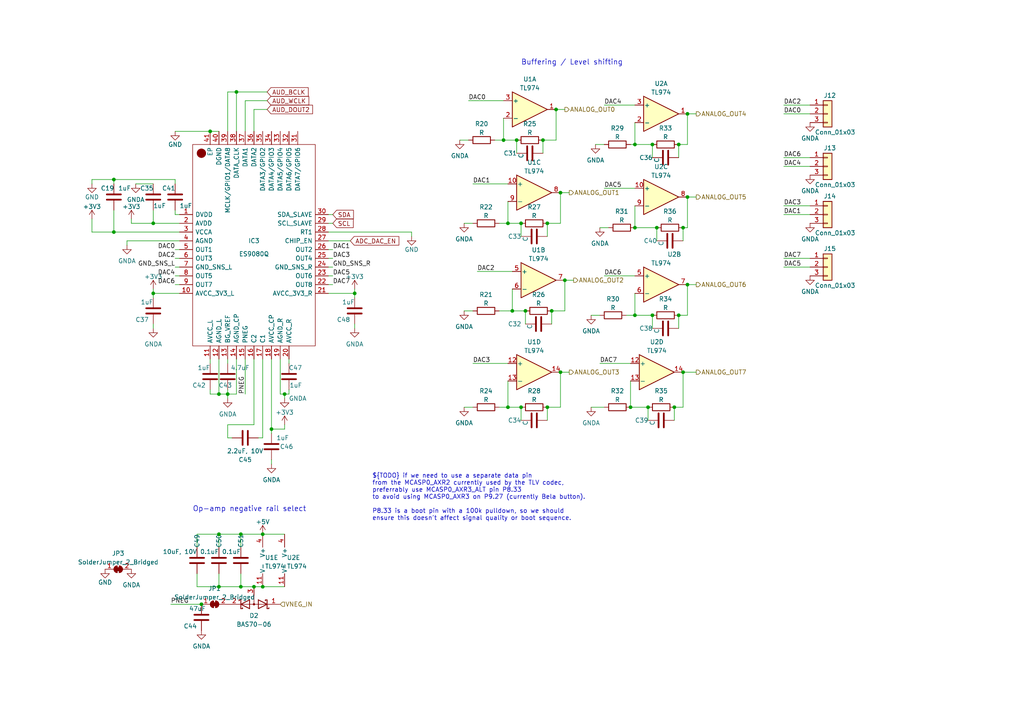
<source format=kicad_sch>
(kicad_sch (version 20211123) (generator eeschema)
  (paper "A4")
  (lib_symbols
    (symbol "Amplifier_Operational:TL074" (pin_names (offset 0.127))
      (property "Reference" "U" (at 0 5.08 0))
      (property "Value" "TL074" (at 0 -5.08 0))
      (symbol "TL074_1_1"
        (polyline (pts (xy -5.08 5.08) (xy 5.08 0) (xy -5.08 -5.08) (xy -5.08 5.08)) (stroke (width 0.254)) (fill (type background)))
        (pin output line (at 7.62 0 180) (length 2.54) (name "~") (number "1"))
        (pin input line (at -7.62 -2.54 0) (length 2.54) (name "-") (number "2"))
        (pin input line (at -7.62 2.54 0) (length 2.54) (name "+") (number "3"))
      )
      (symbol "TL074_2_1"
        (polyline (pts (xy -5.08 5.08) (xy 5.08 0) (xy -5.08 -5.08) (xy -5.08 5.08)) (stroke (width 0.254)) (fill (type background)))
        (pin input line (at -7.62 2.54 0) (length 2.54) (name "+") (number "5"))
        (pin input line (at -7.62 -2.54 0) (length 2.54) (name "-") (number "6"))
        (pin output line (at 7.62 0 180) (length 2.54) (name "~") (number "7"))
      )
      (symbol "TL074_3_1"
        (polyline (pts (xy -5.08 5.08) (xy 5.08 0) (xy -5.08 -5.08) (xy -5.08 5.08)) (stroke (width 0.254)) (fill (type background)))
        (pin input line (at -7.62 2.54 0) (length 2.54) (name "+") (number "10"))
        (pin output line (at 7.62 0 180) (length 2.54) (name "~") (number "8"))
        (pin input line (at -7.62 -2.54 0) (length 2.54) (name "-") (number "9"))
      )
      (symbol "TL074_4_1"
        (polyline (pts (xy -5.08 5.08) (xy 5.08 0) (xy -5.08 -5.08) (xy -5.08 5.08)) (stroke (width 0.254)) (fill (type background)))
        (pin input line (at -7.62 2.54 0) (length 2.54) (name "+") (number "12"))
        (pin input line (at -7.62 -2.54 0) (length 2.54) (name "-") (number "13"))
        (pin output line (at 7.62 0 180) (length 2.54) (name "~") (number "14"))
      )
      (symbol "TL074_5_1"
        (pin power_in line (at -2.54 -7.62 90) (length 3.81) (name "V-") (number "11"))
        (pin power_in line (at -2.54 7.62 270) (length 3.81) (name "V+") (number "4"))
      )
    )
    (symbol "Bela:ES9080Q" (pin_names (offset 0.762))
      (property "Reference" "IC1" (at 1.2441 3.4333 0))
      (property "Value" "ES9080Q" (at 1.2441 0.6582 0))
      (symbol "ES9080Q_0_0"
        (pin power_out line (at -21.59 10.16 0) (length 3.81) (name "DVDD") (number "1"))
        (pin power_in line (at -21.59 -12.7 0) (length 3.81) (name "AVCC_3V3_L") (number "10"))
        (pin power_out line (at -12.7 -31.75 90) (length 3.81) (name "AVCC_L") (number "11"))
        (pin passive line (at -10.16 -31.75 90) (length 3.81) (name "AGND_L") (number "12"))
        (pin output line (at -7.62 -31.75 90) (length 3.81) (name "BG_VREF") (number "13"))
        (pin passive line (at -5.08 -31.75 90) (length 3.81) (name "AGND_CP") (number "14"))
        (pin power_out line (at -2.54 -31.75 90) (length 3.81) (name "PNEG") (number "15"))
        (pin passive line (at 0 -31.75 90) (length 3.81) (name "C2") (number "16"))
        (pin passive line (at 2.54 -31.75 90) (length 3.81) (name "C1") (number "17"))
        (pin power_in line (at 5.08 -31.75 90) (length 3.81) (name "AVCC_CP") (number "18"))
        (pin power_out line (at 7.62 -31.75 90) (length 3.81) (name "AGND_R") (number "19"))
        (pin power_in line (at -21.59 7.62 0) (length 3.81) (name "AVDD") (number "2"))
        (pin power_out line (at 10.16 -31.75 90) (length 3.81) (name "AVCC_R") (number "20"))
        (pin power_in line (at 21.59 -12.7 180) (length 3.81) (name "AVCC_3V3_R") (number "21"))
        (pin output line (at 21.59 -10.16 180) (length 3.81) (name "OUT8") (number "22"))
        (pin output line (at 21.59 -7.62 180) (length 3.81) (name "OUT6") (number "23"))
        (pin input line (at 21.59 -5.08 180) (length 3.81) (name "GND_SNS_R") (number "24"))
        (pin output line (at 21.59 -2.54 180) (length 3.81) (name "OUT4") (number "25"))
        (pin output line (at 21.59 0 180) (length 3.81) (name "OUT2") (number "26"))
        (pin bidirectional line (at 21.59 2.54 180) (length 3.81) (name "CHIP_EN") (number "27"))
        (pin power_out line (at 21.59 5.08 180) (length 3.81) (name "RT1") (number "28"))
        (pin bidirectional line (at 21.59 7.62 180) (length 3.81) (name "SCL_SLAVE") (number "29"))
        (pin power_in line (at -21.59 5.08 0) (length 3.81) (name "VCCA") (number "3"))
        (pin bidirectional line (at 21.59 10.16 180) (length 3.81) (name "SDA_SLAVE") (number "30"))
        (pin bidirectional line (at 12.7 34.29 270) (length 3.81) (name "DATA7/GPIO6") (number "31"))
        (pin bidirectional line (at 10.16 34.29 270) (length 3.81) (name "DATA6/GPIO5") (number "32"))
        (pin bidirectional line (at 7.62 34.29 270) (length 3.81) (name "DATA5/GPIO4") (number "33"))
        (pin bidirectional line (at 5.08 34.29 270) (length 3.81) (name "DATA4/GPIO3") (number "34"))
        (pin bidirectional line (at 2.54 34.29 270) (length 3.81) (name "DATA3/GPIO2") (number "35"))
        (pin bidirectional line (at 0 34.29 270) (length 3.81) (name "DATA2") (number "36"))
        (pin bidirectional line (at -2.54 34.29 270) (length 3.81) (name "DATA1") (number "37"))
        (pin input line (at -5.08 34.29 270) (length 3.81) (name "DATA_CLK") (number "38"))
        (pin bidirectional line (at -7.62 34.29 270) (length 3.81) (name "MCLK/GPIO1/DATA8") (number "39"))
        (pin passive line (at -21.59 2.54 0) (length 3.81) (name "AGND") (number "4"))
        (pin passive line (at -10.16 34.29 270) (length 3.81) (name "DGND") (number "40"))
        (pin passive line (at -12.7 34.29 270) (length 3.81) (name "EP") (number "41"))
        (pin output line (at -21.59 0 0) (length 3.81) (name "OUT1") (number "5"))
        (pin output line (at -21.59 -2.54 0) (length 3.81) (name "OUT3") (number "6"))
        (pin input line (at -21.59 -5.08 0) (length 3.81) (name "GND_SNS_L") (number "7"))
        (pin output line (at -21.59 -7.62 0) (length 3.81) (name "OUT5") (number "8"))
        (pin output line (at -21.59 -10.16 0) (length 3.81) (name "OUT7") (number "9"))
      )
      (symbol "ES9080Q_0_1"
        (circle (center -15.24 27.94) (radius 1.27) (fill (type outline)))
        (polyline (pts (xy -17.78 30.48) (xy 17.78 30.48) (xy 17.78 -27.94) (xy -17.78 -27.94) (xy -17.78 30.48)) (stroke (width 0.1524)))
      )
    )
    (symbol "Connector_Generic:Conn_01x03" (pin_names (offset 1.016) hide)
      (property "Reference" "J" (at 0 5.08 0))
      (property "Value" "Conn_01x03" (at 0 -5.08 0))
      (symbol "Conn_01x03_1_1"
        (rectangle (start -1.27 -2.413) (end 0 -2.667) (stroke (width 0.1524)))
        (rectangle (start -1.27 0.127) (end 0 -0.127) (stroke (width 0.1524)))
        (rectangle (start -1.27 2.667) (end 0 2.413) (stroke (width 0.1524)))
        (rectangle (start -1.27 3.81) (end 1.27 -3.81) (stroke (width 0.254)) (fill (type background)))
        (pin passive line (at -5.08 2.54 0) (length 3.81) (name "Pin_1") (number "1"))
        (pin passive line (at -5.08 0 0) (length 3.81) (name "Pin_2") (number "2"))
        (pin passive line (at -5.08 -2.54 0) (length 3.81) (name "Pin_3") (number "3"))
      )
    )
    (symbol "Device:C" (pin_numbers hide) (pin_names (offset 0.254))
      (property "Reference" "C" (at 0.635 2.54 0))
      (property "Value" "C" (at 0.635 -2.54 0))
      (symbol "C_0_1"
        (polyline (pts (xy -2.032 -0.762) (xy 2.032 -0.762)) (stroke (width 0.508)))
        (polyline (pts (xy -2.032 0.762) (xy 2.032 0.762)) (stroke (width 0.508)))
      )
      (symbol "C_1_1"
        (pin passive line (at 0 3.81 270) (length 2.794) (name "~") (number "1"))
        (pin passive line (at 0 -3.81 90) (length 2.794) (name "~") (number "2"))
      )
    )
    (symbol "Device:D_Schottky_Dual_CommonAnode_KKA" (pin_names (offset 0.762) hide)
      (property "Reference" "D" (at 1.27 -2.54 0))
      (property "Value" "D_Schottky_Dual_CommonAnode_KKA" (at 0 2.54 0))
      (symbol "D_Schottky_Dual_CommonAnode_KKA_0_1"
        (polyline (pts (xy -3.556 0) (xy 3.81 0)))
        (polyline (pts (xy 0 0) (xy 0 -2.54)))
        (polyline (pts (xy -3.81 1.27) (xy -3.81 -1.27) (xy -3.81 -1.27)) (stroke (width 0.254)))
        (polyline (pts (xy 3.81 1.27) (xy 3.81 -1.27) (xy 3.81 -1.27)) (stroke (width 0.254)))
        (polyline (pts (xy -3.81 1.27) (xy -4.318 1.27) (xy -4.318 1.016) (xy -4.318 1.016)) (stroke (width 0.254)))
        (polyline (pts (xy 3.81 -1.27) (xy 4.318 -1.27) (xy 4.318 -1.016) (xy 4.318 -1.016)) (stroke (width 0.254)))
        (polyline (pts (xy 3.81 1.27) (xy 3.302 1.27) (xy 3.302 1.016) (xy 3.302 1.016)) (stroke (width 0.254)))
        (polyline (pts (xy -3.302 -1.016) (xy -3.302 -1.27) (xy -3.81 -1.27) (xy -3.81 -1.27) (xy -3.81 -1.27)) (stroke (width 0.254)))
        (polyline (pts (xy -1.27 -1.27) (xy -3.81 0) (xy -1.27 1.27) (xy -1.27 -1.27) (xy -1.27 -1.27) (xy -1.27 -1.27)) (stroke (width 0.254)))
        (polyline (pts (xy 1.27 1.27) (xy 3.81 0) (xy 1.27 -1.27) (xy 1.27 1.27) (xy 1.27 1.27) (xy 1.27 1.27)) (stroke (width 0.254)))
        (circle (center 0 0) (radius 0.254) (fill (type outline)))
        (pin passive line (at -7.62 0 0) (length 3.81) (name "K") (number "1"))
        (pin passive line (at 7.62 0 180) (length 3.81) (name "K") (number "2"))
        (pin passive line (at 0 -5.08 90) (length 2.54) (name "A") (number "3"))
      )
    )
    (symbol "Device:R" (pin_numbers hide) (pin_names (offset 0))
      (property "Reference" "R" (at 2.032 0 90))
      (property "Value" "R" (at 0 0 90))
      (symbol "R_0_1"
        (rectangle (start -1.016 -2.54) (end 1.016 2.54) (stroke (width 0.254)))
      )
      (symbol "R_1_1"
        (pin passive line (at 0 3.81 270) (length 1.27) (name "~") (number "1"))
        (pin passive line (at 0 -3.81 90) (length 1.27) (name "~") (number "2"))
      )
    )
    (symbol "Jumper:SolderJumper_2_Bridged" (pin_names (offset 0) hide)
      (property "Reference" "JP" (at 0 2.032 0))
      (property "Value" "SolderJumper_2_Bridged" (at 0 -2.54 0))
      (symbol "SolderJumper_2_Bridged_0_1"
        (rectangle (start -0.508 0.508) (end 0.508 -0.508) (fill (type outline)))
        (arc (start -0.254 1.016) (mid -1.27 0) (end -0.254 -1.016))
        (arc (start -0.254 1.016) (mid -1.27 0) (end -0.254 -1.016) (fill (type outline)))
        (polyline (pts (xy -0.254 1.016) (xy -0.254 -1.016)))
        (polyline (pts (xy 0.254 1.016) (xy 0.254 -1.016)))
        (arc (start 0.254 -1.016) (mid 1.27 0) (end 0.254 1.016))
        (arc (start 0.254 -1.016) (mid 1.27 0) (end 0.254 1.016) (fill (type outline)))
      )
      (symbol "SolderJumper_2_Bridged_1_1"
        (pin passive line (at -3.81 0 0) (length 2.54) (name "A") (number "1"))
        (pin passive line (at 3.81 0 180) (length 2.54) (name "B") (number "2"))
      )
    )
    (symbol "power:+3V3" (power) (pin_names (offset 0))
      (property "Value" "+3V3" (at 0 3.556 0))
      (symbol "+3V3_0_1"
        (polyline (pts (xy -0.762 1.27) (xy 0 2.54)))
        (polyline (pts (xy 0 0) (xy 0 2.54)))
        (polyline (pts (xy 0 2.54) (xy 0.762 1.27)))
      )
      (symbol "+3V3_1_1"
        (pin power_in line (at 0 0 90) (length 0) hide (name "+3V3") (number "1"))
      )
    )
    (symbol "power:+5V" (power) (pin_names (offset 0))
      (property "Value" "+5V" (at 0 3.556 0))
      (symbol "+5V_0_1"
        (polyline (pts (xy -0.762 1.27) (xy 0 2.54)))
        (polyline (pts (xy 0 0) (xy 0 2.54)))
        (polyline (pts (xy 0 2.54) (xy 0.762 1.27)))
      )
      (symbol "+5V_1_1"
        (pin power_in line (at 0 0 90) (length 0) hide (name "+5V") (number "1"))
      )
    )
    (symbol "power:GND" (power) (pin_names (offset 0))
      (property "Value" "GND" (at 0 -3.81 0))
      (symbol "GND_0_1"
        (polyline (pts (xy 0 0) (xy 0 -1.27) (xy 1.27 -1.27) (xy 0 -2.54) (xy -1.27 -1.27) (xy 0 -1.27)))
      )
      (symbol "GND_1_1"
        (pin power_in line (at 0 0 270) (length 0) hide (name "GND") (number "1"))
      )
    )
    (symbol "power:GNDA" (power) (pin_names (offset 0))
      (property "Value" "GNDA" (at 0 -3.81 0))
      (symbol "GNDA_0_1"
        (polyline (pts (xy 0 0) (xy 0 -1.27) (xy 1.27 -1.27) (xy 0 -2.54) (xy -1.27 -1.27) (xy 0 -1.27)))
      )
      (symbol "GNDA_1_1"
        (pin power_in line (at 0 0 270) (length 0) hide (name "GNDA") (number "1"))
      )
    )
  )
  (junction (at 182.88 118.11))
  (junction (at 66.04 114.3))
  (junction (at 187.96 118.11))
  (junction (at 162.56 55.88))
  (junction (at 184.15 66.04))
  (junction (at 157.48 40.64))
  (junction (at 158.75 118.11))
  (junction (at 189.23 91.44))
  (junction (at 151.13 118.11))
  (junction (at 63.5 114.3))
  (junction (at 69.85 170.18))
  (junction (at 33.02 67.31))
  (junction (at 146.05 40.64))
  (junction (at 161.29 31.75))
  (junction (at 152.4 90.17))
  (junction (at 82.55 114.3))
  (junction (at 160.02 90.17))
  (junction (at 184.15 91.44))
  (junction (at 147.32 64.77))
  (junction (at 68.58 26.67))
  (junction (at 63.5 170.18))
  (junction (at 196.85 91.44))
  (junction (at 198.12 66.04))
  (junction (at 149.86 40.64))
  (junction (at 184.15 41.91))
  (junction (at 58.42 175.26))
  (junction (at 33.02 52.07))
  (junction (at 44.45 64.77))
  (junction (at 63.5 154.94))
  (junction (at 76.2 170.18))
  (junction (at 44.45 85.09))
  (junction (at 69.85 154.94))
  (junction (at 151.13 64.77))
  (junction (at 158.75 64.77))
  (junction (at 199.39 82.55))
  (junction (at 196.85 41.91))
  (junction (at 198.12 107.95))
  (junction (at 189.23 41.91))
  (junction (at 199.39 33.02))
  (junction (at 148.59 90.17))
  (junction (at 76.2 154.94))
  (junction (at 60.96 38.1))
  (junction (at 78.74 124.46))
  (junction (at 195.58 118.11))
  (junction (at 162.56 107.95))
  (junction (at 190.5 66.04))
  (junction (at 163.83 81.28))
  (junction (at 73.66 170.18))
  (junction (at 147.32 118.11))
  (junction (at 102.87 85.09))
  (junction (at 199.39 57.15))
  (wire (pts (xy 227.33 77.47) (xy 234.95 77.47)))
  (wire (pts (xy 83.82 114.3) (xy 83.82 113.03)))
  (wire (pts (xy 95.25 72.39) (xy 96.52 72.39)))
  (wire (pts (xy 196.85 41.91) (xy 199.39 41.91)))
  (wire (pts (xy 69.85 154.94) (xy 69.85 158.75)))
  (wire (pts (xy 69.85 154.94) (xy 63.5 154.94)))
  (wire (pts (xy 78.74 124.46) (xy 78.74 125.73)))
  (wire (pts (xy 184.15 59.69) (xy 184.15 66.04)))
  (wire (pts (xy 33.02 60.96) (xy 33.02 67.31)))
  (wire (pts (xy 82.55 114.3) (xy 83.82 114.3)))
  (wire (pts (xy 39.37 53.34) (xy 44.45 53.34)))
  (wire (pts (xy 187.96 118.11) (xy 187.96 121.92)))
  (wire (pts (xy 95.25 85.09) (xy 102.87 85.09)))
  (wire (pts (xy 66.04 26.67) (xy 66.04 38.1)))
  (wire (pts (xy 189.23 41.91) (xy 189.23 45.72)))
  (wire (pts (xy 77.47 26.67) (xy 68.58 26.67)))
  (wire (pts (xy 227.33 30.48) (xy 234.95 30.48)))
  (wire (pts (xy 63.5 104.14) (xy 63.5 114.3)))
  (wire (pts (xy 73.66 104.14) (xy 73.66 123.19)))
  (wire (pts (xy 57.15 170.18) (xy 57.15 166.37)))
  (wire (pts (xy 63.5 154.94) (xy 63.5 158.75)))
  (wire (pts (xy 63.5 170.18) (xy 57.15 170.18)))
  (wire (pts (xy 196.85 91.44) (xy 196.85 95.25)))
  (wire (pts (xy 50.8 38.1) (xy 60.96 38.1)))
  (wire (pts (xy 102.87 93.98) (xy 102.87 95.25)))
  (wire (pts (xy 63.5 154.94) (xy 57.15 154.94)))
  (wire (pts (xy 227.33 59.69) (xy 234.95 59.69)))
  (wire (pts (xy 148.59 83.82) (xy 148.59 90.17)))
  (wire (pts (xy 227.33 62.23) (xy 234.95 62.23)))
  (wire (pts (xy 69.85 170.18) (xy 69.85 166.37)))
  (wire (pts (xy 158.75 118.11) (xy 162.56 118.11)))
  (wire (pts (xy 227.33 74.93) (xy 234.95 74.93)))
  (wire (pts (xy 102.87 83.82) (xy 102.87 85.09)))
  (wire (pts (xy 138.43 78.74) (xy 148.59 78.74)))
  (wire (pts (xy 81.28 114.3) (xy 82.55 114.3)))
  (wire (pts (xy 227.33 33.02) (xy 234.95 33.02)))
  (wire (pts (xy 73.66 123.19) (xy 66.04 123.19)))
  (wire (pts (xy 68.58 26.67) (xy 68.58 38.1)))
  (wire (pts (xy 33.02 67.31) (xy 52.07 67.31)))
  (wire (pts (xy 198.12 107.95) (xy 201.93 107.95)))
  (wire (pts (xy 134.62 90.17) (xy 137.16 90.17)))
  (wire (pts (xy 38.1 64.77) (xy 44.45 64.77)))
  (wire (pts (xy 173.99 66.04) (xy 176.53 66.04)))
  (wire (pts (xy 196.85 91.44) (xy 199.39 91.44)))
  (wire (pts (xy 44.45 83.82) (xy 44.45 85.09)))
  (wire (pts (xy 63.5 170.18) (xy 63.5 166.37)))
  (wire (pts (xy 57.15 154.94) (xy 57.15 158.75)))
  (wire (pts (xy 26.67 67.31) (xy 33.02 67.31)))
  (wire (pts (xy 71.12 104.14) (xy 71.12 114.3)))
  (wire (pts (xy 69.85 170.18) (xy 63.5 170.18)))
  (wire (pts (xy 172.72 41.91) (xy 175.26 41.91)))
  (wire (pts (xy 49.53 175.26) (xy 58.42 175.26)))
  (wire (pts (xy 119.38 67.31) (xy 119.38 68.58)))
  (wire (pts (xy 78.74 134.62) (xy 78.74 133.35)))
  (wire (pts (xy 50.8 82.55) (xy 52.07 82.55)))
  (wire (pts (xy 66.04 114.3) (xy 66.04 113.03)))
  (wire (pts (xy 76.2 154.94) (xy 82.55 154.94)))
  (wire (pts (xy 83.82 105.41) (xy 83.82 104.14)))
  (wire (pts (xy 26.67 53.34) (xy 26.67 52.07)))
  (wire (pts (xy 146.05 34.29) (xy 146.05 40.64)))
  (wire (pts (xy 66.04 105.41) (xy 66.04 104.14)))
  (wire (pts (xy 134.62 118.11) (xy 137.16 118.11)))
  (wire (pts (xy 76.2 170.18) (xy 82.55 170.18)))
  (wire (pts (xy 182.88 41.91) (xy 184.15 41.91)))
  (wire (pts (xy 157.48 40.64) (xy 157.48 44.45)))
  (wire (pts (xy 77.47 31.75) (xy 73.66 31.75)))
  (wire (pts (xy 81.28 104.14) (xy 81.28 114.3)))
  (wire (pts (xy 199.39 57.15) (xy 201.93 57.15)))
  (wire (pts (xy 137.16 105.41) (xy 147.32 105.41)))
  (wire (pts (xy 63.5 114.3) (xy 60.96 114.3)))
  (wire (pts (xy 195.58 118.11) (xy 195.58 121.92)))
  (wire (pts (xy 134.62 64.77) (xy 137.16 64.77)))
  (wire (pts (xy 162.56 107.95) (xy 165.1 107.95)))
  (wire (pts (xy 66.04 114.3) (xy 68.58 114.3)))
  (wire (pts (xy 77.47 29.21) (xy 71.12 29.21)))
  (wire (pts (xy 182.88 110.49) (xy 182.88 118.11)))
  (wire (pts (xy 147.32 118.11) (xy 151.13 118.11)))
  (wire (pts (xy 60.96 38.1) (xy 63.5 38.1)))
  (wire (pts (xy 33.02 52.07) (xy 50.8 52.07)))
  (wire (pts (xy 50.8 72.39) (xy 52.07 72.39)))
  (wire (pts (xy 68.58 104.14) (xy 68.58 114.3)))
  (wire (pts (xy 44.45 93.98) (xy 44.45 95.25)))
  (wire (pts (xy 163.83 90.17) (xy 163.83 81.28)))
  (wire (pts (xy 135.89 29.21) (xy 146.05 29.21)))
  (wire (pts (xy 162.56 118.11) (xy 162.56 107.95)))
  (wire (pts (xy 184.15 66.04) (xy 190.5 66.04)))
  (wire (pts (xy 157.48 40.64) (xy 161.29 40.64)))
  (wire (pts (xy 95.25 69.85) (xy 101.6 69.85)))
  (wire (pts (xy 73.66 31.75) (xy 73.66 38.1)))
  (wire (pts (xy 144.78 90.17) (xy 148.59 90.17)))
  (wire (pts (xy 199.39 66.04) (xy 199.39 57.15)))
  (wire (pts (xy 76.2 104.14) (xy 76.2 127)))
  (wire (pts (xy 182.88 118.11) (xy 187.96 118.11)))
  (wire (pts (xy 146.05 40.64) (xy 149.86 40.64)))
  (wire (pts (xy 50.8 62.23) (xy 52.07 62.23)))
  (wire (pts (xy 95.25 82.55) (xy 96.52 82.55)))
  (wire (pts (xy 173.99 105.41) (xy 182.88 105.41)))
  (wire (pts (xy 196.85 41.91) (xy 196.85 45.72)))
  (wire (pts (xy 143.51 40.64) (xy 146.05 40.64)))
  (wire (pts (xy 151.13 64.77) (xy 151.13 68.58)))
  (wire (pts (xy 148.59 90.17) (xy 152.4 90.17)))
  (wire (pts (xy 38.1 63.5) (xy 38.1 64.77)))
  (wire (pts (xy 44.45 86.36) (xy 44.45 85.09)))
  (wire (pts (xy 184.15 85.09) (xy 184.15 91.44)))
  (wire (pts (xy 158.75 64.77) (xy 158.75 68.58)))
  (wire (pts (xy 66.04 123.19) (xy 66.04 127)))
  (wire (pts (xy 78.74 124.46) (xy 82.55 124.46)))
  (wire (pts (xy 227.33 45.72) (xy 234.95 45.72)))
  (wire (pts (xy 161.29 31.75) (xy 163.83 31.75)))
  (wire (pts (xy 95.25 77.47) (xy 96.52 77.47)))
  (wire (pts (xy 137.16 53.34) (xy 147.32 53.34)))
  (wire (pts (xy 133.35 40.64) (xy 135.89 40.64)))
  (wire (pts (xy 82.55 115.57) (xy 82.55 114.3)))
  (wire (pts (xy 171.45 91.44) (xy 173.99 91.44)))
  (wire (pts (xy 175.26 54.61) (xy 184.15 54.61)))
  (wire (pts (xy 50.8 60.96) (xy 50.8 62.23)))
  (wire (pts (xy 144.78 118.11) (xy 147.32 118.11)))
  (wire (pts (xy 158.75 118.11) (xy 158.75 121.92)))
  (wire (pts (xy 50.8 80.01) (xy 52.07 80.01)))
  (wire (pts (xy 199.39 41.91) (xy 199.39 33.02)))
  (wire (pts (xy 151.13 118.11) (xy 151.13 121.92)))
  (wire (pts (xy 71.12 29.21) (xy 71.12 38.1)))
  (wire (pts (xy 160.02 90.17) (xy 160.02 93.98)))
  (wire (pts (xy 199.39 91.44) (xy 199.39 82.55)))
  (wire (pts (xy 82.55 123.19) (xy 82.55 124.46)))
  (wire (pts (xy 189.23 91.44) (xy 189.23 95.25)))
  (wire (pts (xy 147.32 64.77) (xy 151.13 64.77)))
  (wire (pts (xy 162.56 64.77) (xy 162.56 55.88)))
  (wire (pts (xy 161.29 40.64) (xy 161.29 31.75)))
  (wire (pts (xy 184.15 35.56) (xy 184.15 41.91)))
  (wire (pts (xy 95.25 62.23) (xy 96.52 62.23)))
  (wire (pts (xy 171.45 118.11) (xy 175.26 118.11)))
  (wire (pts (xy 227.33 48.26) (xy 234.95 48.26)))
  (wire (pts (xy 163.83 81.28) (xy 166.37 81.28)))
  (wire (pts (xy 144.78 64.77) (xy 147.32 64.77)))
  (wire (pts (xy 195.58 118.11) (xy 198.12 118.11)))
  (wire (pts (xy 198.12 66.04) (xy 198.12 69.85)))
  (wire (pts (xy 44.45 64.77) (xy 52.07 64.77)))
  (wire (pts (xy 158.75 64.77) (xy 162.56 64.77)))
  (wire (pts (xy 198.12 118.11) (xy 198.12 107.95)))
  (wire (pts (xy 95.25 74.93) (xy 96.52 74.93)))
  (wire (pts (xy 184.15 41.91) (xy 189.23 41.91)))
  (wire (pts (xy 33.02 52.07) (xy 33.02 53.34)))
  (wire (pts (xy 36.83 69.85) (xy 52.07 69.85)))
  (wire (pts (xy 175.26 80.01) (xy 184.15 80.01)))
  (wire (pts (xy 78.74 104.14) (xy 78.74 124.46)))
  (wire (pts (xy 199.39 33.02) (xy 201.93 33.02)))
  (wire (pts (xy 36.83 69.85) (xy 36.83 71.12)))
  (wire (pts (xy 152.4 90.17) (xy 152.4 93.98)))
  (wire (pts (xy 102.87 86.36) (xy 102.87 85.09)))
  (wire (pts (xy 26.67 63.5) (xy 26.67 67.31)))
  (wire (pts (xy 147.32 110.49) (xy 147.32 118.11)))
  (wire (pts (xy 181.61 91.44) (xy 184.15 91.44)))
  (wire (pts (xy 73.66 170.18) (xy 69.85 170.18)))
  (wire (pts (xy 95.25 64.77) (xy 96.52 64.77)))
  (wire (pts (xy 190.5 66.04) (xy 190.5 69.85)))
  (wire (pts (xy 66.04 115.57) (xy 66.04 114.3)))
  (wire (pts (xy 66.04 127) (xy 67.31 127)))
  (wire (pts (xy 60.96 114.3) (xy 60.96 113.03)))
  (wire (pts (xy 50.8 77.47) (xy 52.07 77.47)))
  (wire (pts (xy 149.86 40.64) (xy 149.86 44.45)))
  (wire (pts (xy 44.45 85.09) (xy 52.07 85.09)))
  (wire (pts (xy 175.26 30.48) (xy 184.15 30.48)))
  (wire (pts (xy 50.8 74.93) (xy 52.07 74.93)))
  (wire (pts (xy 198.12 66.04) (xy 199.39 66.04)))
  (wire (pts (xy 95.25 67.31) (xy 119.38 67.31)))
  (wire (pts (xy 26.67 52.07) (xy 33.02 52.07)))
  (wire (pts (xy 76.2 127) (xy 74.93 127)))
  (wire (pts (xy 50.8 52.07) (xy 50.8 53.34)))
  (wire (pts (xy 76.2 170.18) (xy 73.66 170.18)))
  (wire (pts (xy 63.5 114.3) (xy 66.04 114.3)))
  (wire (pts (xy 95.25 80.01) (xy 96.52 80.01)))
  (wire (pts (xy 199.39 82.55) (xy 201.93 82.55)))
  (wire (pts (xy 76.2 154.94) (xy 69.85 154.94)))
  (wire (pts (xy 60.96 105.41) (xy 60.96 104.14)))
  (wire (pts (xy 184.15 91.44) (xy 189.23 91.44)))
  (wire (pts (xy 162.56 55.88) (xy 165.1 55.88)))
  (wire (pts (xy 68.58 26.67) (xy 66.04 26.67)))
  (wire (pts (xy 44.45 60.96) (xy 44.45 64.77)))
  (wire (pts (xy 160.02 90.17) (xy 163.83 90.17)))
  (wire (pts (xy 147.32 58.42) (xy 147.32 64.77)))
  (text "Buffering / Level shifting" (at 151.13 19.05 0) (effects (font (size 1.5 1.5)) (justify left bottom)))
  (text "${TODO} if we need to use a separate data pin\nfrom the MCASP0_AXR2 currently used by the TLV codec, \npreferrably use MCASP0_AXR3_ALT pin P8.33\nto avoid using MCASP0_AXR3 on P9.27 (currently Bela button).\n\nP8.33 is a boot pin with a 100k pulldown, so we should\nensure this doesn't affect signal quality or boot sequence." (at 107.95 151.13 0) (effects (font (size 1.27 1.27)) (justify left bottom)))
  (text "Op-amp negative rail select" (at 55.88 148.59 0) (effects (font (size 1.5 1.5)) (justify left bottom)))
  (label "DAC4" (at 50.8 80.01 180))
  (label "DAC2" (at 227.33 30.48 0))
  (label "DAC1" (at 227.33 62.23 0))
  (label "GND_SNS_R" (at 96.52 77.47 0))
  (label "DAC0" (at 50.8 72.39 180))
  (label "DAC5" (at 175.26 54.61 0))
  (label "DAC3" (at 96.52 74.93 0))
  (label "DAC0" (at 135.89 29.21 0))
  (label "DAC3" (at 137.16 105.41 0))
  (label "GND_SNS_L" (at 50.8 77.47 180))
  (label "DAC7" (at 173.99 105.41 0))
  (label "DAC6" (at 175.26 80.01 0))
  (label "DAC6" (at 227.33 45.72 0))
  (label "DAC7" (at 227.33 74.93 0))
  (label "DAC2" (at 138.43 78.74 0))
  (label "DAC2" (at 50.8 74.93 180))
  (label "DAC4" (at 175.26 30.48 0))
  (label "DAC1" (at 96.52 72.39 0))
  (label "PNEG" (at 49.53 175.26 0))
  (label "DAC7" (at 96.52 82.55 0))
  (label "DAC5" (at 227.33 77.47 0))
  (label "PNEG" (at 71.12 114.3 90))
  (label "DAC0" (at 227.33 33.02 0))
  (label "DAC4" (at 227.33 48.26 0))
  (label "DAC6" (at 50.8 82.55 180))
  (label "DAC3" (at 227.33 59.69 0))
  (label "DAC1" (at 137.16 53.34 0))
  (label "DAC5" (at 96.52 80.01 0))
  (global_label "AUD_BCLK" (shape input) (at 77.47 26.67 0) (property "Intersheet References" "${INTERSHEET_REFS}" (effects hide)))
  (global_label "ADC_DAC_EN" (shape input) (at 101.6 69.85 0) (property "Intersheet References" "${INTERSHEET_REFS}" (effects hide)))
  (global_label "SCL" (shape input) (at 96.52 64.77 0) (property "Intersheet References" "${INTERSHEET_REFS}" (effects hide)))
  (global_label "AUD_DOUT2" (shape input) (at 77.47 31.75 0) (property "Intersheet References" "${INTERSHEET_REFS}" (effects hide)))
  (global_label "AUD_WCLK" (shape input) (at 77.47 29.21 0) (property "Intersheet References" "${INTERSHEET_REFS}" (effects hide)))
  (global_label "SDA" (shape input) (at 96.52 62.23 0) (property "Intersheet References" "${INTERSHEET_REFS}" (effects hide)))
  (hierarchical_label "ANALOG_OUT2" (shape output) (at 166.37 81.28 0))
  (hierarchical_label "ANALOG_OUT4" (shape output) (at 201.93 33.02 0))
  (hierarchical_label "ANALOG_OUT0" (shape output) (at 163.83 31.75 0))
  (hierarchical_label "ANALOG_OUT7" (shape output) (at 201.93 107.95 0))
  (hierarchical_label "ANALOG_OUT3" (shape output) (at 165.1 107.95 0))
  (hierarchical_label "ANALOG_OUT5" (shape output) (at 201.93 57.15 0))
  (hierarchical_label "ANALOG_OUT1" (shape output) (at 165.1 55.88 0))
  (hierarchical_label "ANALOG_OUT6" (shape output) (at 201.93 82.55 0))
  (hierarchical_label "VNEG_IN" (shape input) (at 81.28 175.26 0))
  (symbol (lib_id "Connector_Generic:Conn_01x03") (at 240.03 77.47 0) (unit 1)
    (property "Reference" "J15" (at 238.887 72.136 0) (effects (justify left)))
    (property "Value" "Conn_01x03" (at 236.347 82.804 0) (effects (justify left)))
    (property "Footprint" "Connector_PinHeader_2.54mm:PinHeader_1x03_P2.54mm_Vertical" (effects hide))
  )
  (symbol (lib_id "power:GNDA") (at 38.1 165.1 0) (unit 1)
    (property "Reference" "#PWR0165" (effects hide))
    (property "Value" "GNDA" (at 38.1 169.6625 0))
  )
  (symbol (lib_id "Device:C") (at 194.31 69.85 270) (unit 1)
    (property "Reference" "C40" (at 186.69 69.85 90) (effects (justify left)))
    (property "Value" "C" (at 191.77 69.85 0) (effects (justify left)))
    (property "Footprint" "Capacitor_SMD:C_0603_1608Metric" (effects hide))
    (property "manf#" "CL10A105KP8NNND" (effects hide))
  )
  (symbol (lib_id "power:GNDA") (at 173.99 66.04 0) (unit 1)
    (property "Reference" "#PWR0139" (effects hide))
    (property "Value" "GNDA" (at 173.99 70.6025 0))
  )
  (symbol (lib_id "power:+3V3") (at 102.87 83.82 0) (unit 1)
    (property "Reference" "#PWR0158" (effects hide))
    (property "Value" "+3V3" (at 102.87 80.2442 0))
  )
  (symbol (lib_id "power:GNDA") (at 134.62 90.17 0) (unit 1)
    (property "Reference" "#PWR0144" (effects hide))
    (property "Value" "GNDA" (at 134.62 94.7325 0))
  )
  (symbol (lib_id "power:GNDA") (at 102.87 95.25 0) (unit 1)
    (property "Reference" "#PWR054" (effects hide))
    (property "Value" "GNDA" (at 102.87 99.8125 0))
  )
  (symbol (lib_id "Device:C") (at 191.77 121.92 270) (unit 1)
    (property "Reference" "C39" (at 184.15 121.92 90) (effects (justify left)))
    (property "Value" "C" (at 189.23 121.92 0) (effects (justify left)))
    (property "Footprint" "Capacitor_SMD:C_0603_1608Metric" (effects hide))
    (property "manf#" "CL10A105KP8NNND" (effects hide))
  )
  (symbol (lib_id "power:GNDA") (at 78.74 134.62 0) (unit 1)
    (property "Reference" "#PWR049" (effects hide))
    (property "Value" "GNDA" (at 78.74 139.1825 0))
  )
  (symbol (lib_id "Device:C") (at 102.87 90.17 180) (unit 1)
    (property "Reference" "C48" (at 101.6 92.71 0) (effects (justify left)))
    (property "Value" "1uF" (at 102.87 87.63 0) (effects (justify left)))
    (property "Footprint" "Capacitor_SMD:C_0603_1608Metric" (effects hide))
    (property "manf#" "CL10A105KP8NNND" (effects hide))
  )
  (symbol (lib_id "Amplifier_Operational:TL074") (at 191.77 33.02 0) (unit 1)
    (property "Reference" "U2" (at 191.77 24.2402 0))
    (property "Value" "TL974" (at 191.77 26.7771 0))
    (property "Footprint" "Package_SO:TSSOP-14_4.4x5mm_P0.65mm" (effects hide))
    (property "Datasheet" "http://www.ti.com/lit/ds/symlink/tl071.pdf" (effects hide))
  )
  (symbol (lib_id "power:GNDA") (at 39.37 53.34 0) (unit 1)
    (property "Reference" "#PWR0169" (effects hide))
    (property "Value" "GNDA" (at 39.37 57.9025 0))
  )
  (symbol (lib_id "power:GNDA") (at 66.04 115.57 0) (unit 1)
    (property "Reference" "#PWR048" (effects hide))
    (property "Value" "GNDA" (at 66.04 120.1325 0))
  )
  (symbol (lib_id "Amplifier_Operational:TL074") (at 154.94 107.95 0) (unit 4)
    (property "Reference" "U1" (at 154.94 99.1702 0))
    (property "Value" "TL974" (at 154.94 101.7071 0))
    (property "Footprint" "Package_SO:TSSOP-14_4.4x5mm_P0.65mm" (effects hide))
    (property "Datasheet" "http://www.ti.com/lit/ds/symlink/tl071.pdf" (effects hide))
  )
  (symbol (lib_id "power:GNDA") (at 234.95 64.77 0) (unit 1)
    (property "Reference" "#PWR0101" (effects hide))
    (property "Value" "GNDA" (at 234.95 69.3325 0))
  )
  (symbol (lib_id "Device:C") (at 44.45 90.17 180) (unit 1)
    (property "Reference" "C37" (at 43.18 92.71 0) (effects (justify left)))
    (property "Value" "1uF" (at 44.45 87.63 0) (effects (justify left)))
    (property "Footprint" "Capacitor_SMD:C_0603_1608Metric" (effects hide))
    (property "manf#" "CL10A105KP8NNND" (effects hide))
  )
  (symbol (lib_id "power:GNDA") (at 133.35 40.64 0) (unit 1)
    (property "Reference" "#PWR0137" (effects hide))
    (property "Value" "GNDA" (at 133.35 45.2025 0))
  )
  (symbol (lib_id "Device:R") (at 140.97 90.17 90) (unit 1)
    (property "Reference" "R21" (at 140.97 85.4542 90))
    (property "Value" "R" (at 140.97 87.9911 90))
    (property "Footprint" "Resistor_SMD:R_0603_1608Metric" (effects hide))
  )
  (symbol (lib_id "power:GND") (at 119.38 68.58 0) (mirror y) (unit 1)
    (property "Reference" "#PWR0134" (effects hide))
    (property "Value" "GND" (at 119.38 72.39 0))
  )
  (symbol (lib_id "power:+3V3") (at 82.55 123.19 0) (unit 1)
    (property "Reference" "#PWR0160" (effects hide))
    (property "Value" "+3V3" (at 82.55 119.6142 0))
  )
  (symbol (lib_id "power:GNDA") (at 134.62 118.11 0) (unit 1)
    (property "Reference" "#PWR0142" (effects hide))
    (property "Value" "GNDA" (at 134.62 122.6725 0))
  )
  (symbol (lib_id "Connector_Generic:Conn_01x03") (at 240.03 62.23 0) (unit 1)
    (property "Reference" "J14" (at 238.887 56.896 0) (effects (justify left)))
    (property "Value" "Conn_01x03" (at 236.347 67.564 0) (effects (justify left)))
    (property "Footprint" "Connector_PinHeader_2.54mm:PinHeader_1x03_P2.54mm_Vertical" (effects hide))
  )
  (symbol (lib_id "Amplifier_Operational:TL074") (at 153.67 31.75 0) (unit 1)
    (property "Reference" "U1" (at 153.67 22.9702 0))
    (property "Value" "TL974" (at 153.67 25.5071 0))
    (property "Footprint" "Package_SO:TSSOP-14_4.4x5mm_P0.65mm" (effects hide))
    (property "Datasheet" "http://www.ti.com/lit/ds/symlink/tl071.pdf" (effects hide))
  )
  (symbol (lib_id "Device:R") (at 191.77 118.11 90) (unit 1)
    (property "Reference" "R35" (at 191.77 113.3942 90))
    (property "Value" "R" (at 191.77 115.9311 90))
    (property "Footprint" "Resistor_SMD:R_0603_1608Metric" (effects hide))
  )
  (symbol (lib_id "Amplifier_Operational:TL074") (at 191.77 57.15 0) (unit 3)
    (property "Reference" "U2" (at 191.77 48.3702 0))
    (property "Value" "TL974" (at 191.77 50.9071 0))
    (property "Footprint" "Package_SO:TSSOP-14_4.4x5mm_P0.65mm" (effects hide))
    (property "Datasheet" "http://www.ti.com/lit/ds/symlink/tl071.pdf" (effects hide))
  )
  (symbol (lib_id "Device:R") (at 139.7 40.64 90) (unit 1)
    (property "Reference" "R20" (at 139.7 35.9242 90))
    (property "Value" "R" (at 139.7 38.4611 90))
    (property "Footprint" "Resistor_SMD:R_0603_1608Metric" (effects hide))
  )
  (symbol (lib_id "power:GNDA") (at 171.45 91.44 0) (unit 1)
    (property "Reference" "#PWR0140" (effects hide))
    (property "Value" "GNDA" (at 171.45 96.0025 0))
  )
  (symbol (lib_id "Device:R") (at 154.94 118.11 90) (unit 1)
    (property "Reference" "R28" (at 154.94 113.3942 90))
    (property "Value" "R" (at 154.94 115.9311 90))
    (property "Footprint" "Resistor_SMD:R_0603_1608Metric" (effects hide))
  )
  (symbol (lib_id "Device:R") (at 193.04 41.91 90) (unit 1)
    (property "Reference" "R33" (at 193.04 37.1942 90))
    (property "Value" "R" (at 193.04 39.7311 90))
    (property "Footprint" "Resistor_SMD:R_0603_1608Metric" (effects hide))
  )
  (symbol (lib_id "Device:R") (at 193.04 91.44 90) (unit 1)
    (property "Reference" "R34" (at 193.04 86.7242 90))
    (property "Value" "R" (at 193.04 89.2611 90))
    (property "Footprint" "Resistor_SMD:R_0603_1608Metric" (effects hide))
  )
  (symbol (lib_id "power:GND") (at 50.8 38.1 0) (mirror y) (unit 1)
    (property "Reference" "#PWR0133" (effects hide))
    (property "Value" "GND" (at 50.8 41.91 0))
  )
  (symbol (lib_id "Device:C") (at 154.94 68.58 270) (unit 1)
    (property "Reference" "C33" (at 147.32 68.58 90) (effects (justify left)))
    (property "Value" "C" (at 152.4 68.58 0) (effects (justify left)))
    (property "Footprint" "Capacitor_SMD:C_0603_1608Metric" (effects hide))
    (property "manf#" "CL10A105KP8NNND" (effects hide))
  )
  (symbol (lib_id "power:GNDA") (at 134.62 64.77 0) (unit 1)
    (property "Reference" "#PWR0143" (effects hide))
    (property "Value" "GNDA" (at 134.62 69.3325 0))
  )
  (symbol (lib_id "Device:C") (at 193.04 95.25 270) (unit 1)
    (property "Reference" "C38" (at 185.42 95.25 90) (effects (justify left)))
    (property "Value" "C" (at 190.5 95.25 0) (effects (justify left)))
    (property "Footprint" "Capacitor_SMD:C_0603_1608Metric" (effects hide))
    (property "manf#" "CL10A105KP8NNND" (effects hide))
  )
  (symbol (lib_id "Jumper:SolderJumper_2_Bridged") (at 34.29 165.1 0) (unit 1)
    (property "Reference" "JP3" (at 34.29 160.5112 0))
    (property "Value" "SolderJumper_2_Bridged" (at 34.29 163.0481 0))
    (property "Footprint" "Jumper:SolderJumper-2_P1.3mm_Bridged_Pad1.0x1.5mm" (effects hide))
  )
  (symbol (lib_id "Device:C") (at 83.82 109.22 180) (unit 1)
    (property "Reference" "C47" (at 87.63 106.68 0) (effects (justify left)))
    (property "Value" "1uF" (at 87.63 111.76 0) (effects (justify left)))
    (property "Footprint" "Capacitor_SMD:C_0603_1608Metric" (effects hide))
    (property "manf#" "CL10A105KP8NNND" (effects hide))
  )
  (symbol (lib_id "Amplifier_Operational:TL074") (at 78.74 162.56 0) (unit 5)
    (property "Reference" "U1" (at 76.835 161.7253 0) (effects (justify left)))
    (property "Value" "TL974" (at 76.835 164.2622 0) (effects (justify left)))
    (property "Footprint" "Package_SO:TSSOP-14_4.4x5mm_P0.65mm" (effects hide))
    (property "Datasheet" "http://www.ti.com/lit/ds/symlink/tl071.pdf" (effects hide))
  )
  (symbol (lib_id "Device:C") (at 33.02 57.15 0) (unit 1)
    (property "Reference" "C19" (at 29.21 54.61 0) (effects (justify left)))
    (property "Value" "1uF" (at 34.29 54.61 0) (effects (justify left)))
    (property "Footprint" "Capacitor_SMD:C_0603_1608Metric" (effects hide))
    (property "manf#" "CL10A105KP8NNND" (effects hide))
  )
  (symbol (lib_id "Device:C") (at 156.21 93.98 270) (unit 1)
    (property "Reference" "C32" (at 147.32 93.98 90) (effects (justify left)))
    (property "Value" "C" (at 153.67 93.98 0) (effects (justify left)))
    (property "Footprint" "Capacitor_SMD:C_0603_1608Metric" (effects hide))
    (property "manf#" "CL10A105KP8NNND" (effects hide))
  )
  (symbol (lib_id "power:GNDA") (at 171.45 118.11 0) (unit 1)
    (property "Reference" "#PWR0138" (effects hide))
    (property "Value" "GNDA" (at 171.45 122.6725 0))
  )
  (symbol (lib_id "Device:C") (at 78.74 129.54 180) (unit 1)
    (property "Reference" "C46" (at 85.09 129.54 0) (effects (justify left)))
    (property "Value" "1uF" (at 83.82 127 0) (effects (justify left)))
    (property "Footprint" "Capacitor_SMD:C_0603_1608Metric" (effects hide))
    (property "manf#" "CL10A105KP8NNND" (effects hide))
  )
  (symbol (lib_id "Device:R") (at 194.31 66.04 90) (unit 1)
    (property "Reference" "R36" (at 194.31 61.3242 90))
    (property "Value" "R" (at 194.31 63.8611 90))
    (property "Footprint" "Resistor_SMD:R_0603_1608Metric" (effects hide))
  )
  (symbol (lib_id "Device:R") (at 180.34 66.04 90) (unit 1)
    (property "Reference" "R31" (at 180.34 61.3242 90))
    (property "Value" "R" (at 180.34 63.8611 90))
    (property "Footprint" "Resistor_SMD:R_0603_1608Metric" (effects hide))
  )
  (symbol (lib_id "Device:C") (at 58.42 179.07 180) (unit 1)
    (property "Reference" "C44" (at 57.15 181.61 0) (effects (justify left)))
    (property "Value" "47uF" (at 59.69 176.53 0) (effects (justify left)))
    (property "Footprint" "Capacitor_SMD:C_0603_1608Metric" (effects hide))
    (property "manf#" "CM105X5R476M04AT " (effects hide))
  )
  (symbol (lib_id "power:+3V3") (at 26.67 63.5 0) (unit 1)
    (property "Reference" "#PWR0162" (effects hide))
    (property "Value" "+3V3" (at 26.67 59.9242 0))
  )
  (symbol (lib_id "power:GNDA") (at 58.42 182.88 0) (unit 1)
    (property "Reference" "#PWR023" (effects hide))
    (property "Value" "GNDA" (at 58.42 187.4425 0))
  )
  (symbol (lib_id "Device:R") (at 179.07 118.11 90) (unit 1)
    (property "Reference" "R32" (at 179.07 113.3942 90))
    (property "Value" "R" (at 179.07 115.9311 90))
    (property "Footprint" "Resistor_SMD:R_0603_1608Metric" (effects hide))
  )
  (symbol (lib_id "Bela:ES9080Q") (at 73.66 72.39 0) (unit 1)
    (property "Reference" "IC3" (at 73.66 69.85 0))
    (property "Value" "ES9080Q" (at 73.66 73.66 0))
    (property "Footprint" "Bela:QFN40P500X500X80-41N-D" (effects hide))
    (property "Datasheet" "https://www.mouser.de/datasheet/2/1082/ES9080_DS_v0_4_1-2933575.pdf" (effects hide))
    (property "Description" "Audio D/A Converter ICs Sabre 32 8 Channel DAC with PLL and line drivers" (effects hide))
    (property "Height" "0.8" (effects hide))
    (property "Manufacturer_Name" "ESS Technology" (effects hide))
    (property "Manufacturer_Part_Number" "ES9080Q" (effects hide))
    (property "manf#" "ES9080Q" (effects hide))
  )
  (symbol (lib_id "Amplifier_Operational:TL074") (at 85.09 162.56 0) (unit 5)
    (property "Reference" "U2" (at 83.185 161.7253 0) (effects (justify left)))
    (property "Value" "TL974" (at 83.185 164.2622 0) (effects (justify left)))
    (property "Footprint" "Package_SO:TSSOP-14_4.4x5mm_P0.65mm" (effects hide))
    (property "Datasheet" "http://www.ti.com/lit/ds/symlink/tl071.pdf" (effects hide))
  )
  (symbol (lib_id "power:GNDA") (at 36.83 71.12 0) (unit 1)
    (property "Reference" "#PWR043" (effects hide))
    (property "Value" "GNDA" (at 36.83 75.6825 0))
  )
  (symbol (lib_id "Device:C") (at 69.85 162.56 180) (unit 1)
    (property "Reference" "C51" (at 69.85 154.94 90) (effects (justify left)))
    (property "Value" "0.1uF" (at 69.85 160.02 0) (effects (justify left)))
    (property "Footprint" "Capacitor_SMD:C_0603_1608Metric" (effects hide))
    (property "manf#" "CL10A105KP8NNND" (effects hide))
  )
  (symbol (lib_id "Device:R") (at 156.21 90.17 90) (unit 1)
    (property "Reference" "R26" (at 156.21 85.4542 90))
    (property "Value" "R" (at 156.21 87.9911 90))
    (property "Footprint" "Resistor_SMD:R_0603_1608Metric" (effects hide))
  )
  (symbol (lib_id "power:+3V3") (at 38.1 63.5 0) (unit 1)
    (property "Reference" "#PWR0161" (effects hide))
    (property "Value" "+3V3" (at 38.1 59.9242 0))
  )
  (symbol (lib_id "Device:R") (at 153.67 40.64 90) (unit 1)
    (property "Reference" "R25" (at 153.67 35.9242 90))
    (property "Value" "R" (at 153.67 38.4611 90))
    (property "Footprint" "Resistor_SMD:R_0603_1608Metric" (effects hide))
  )
  (symbol (lib_id "power:GNDA") (at 172.72 41.91 0) (unit 1)
    (property "Reference" "#PWR0141" (effects hide))
    (property "Value" "GNDA" (at 172.72 46.4725 0))
  )
  (symbol (lib_id "Device:C") (at 63.5 162.56 180) (unit 1)
    (property "Reference" "C50" (at 63.5 154.94 90) (effects (justify left)))
    (property "Value" "0.1uF" (at 63.5 160.02 0) (effects (justify left)))
    (property "Footprint" "Capacitor_SMD:C_0603_1608Metric" (effects hide))
    (property "manf#" "CL10A105KP8NNND" (effects hide))
  )
  (symbol (lib_id "power:GNDA") (at 44.45 95.25 0) (unit 1)
    (property "Reference" "#PWR046" (effects hide))
    (property "Value" "GNDA" (at 44.45 99.8125 0))
  )
  (symbol (lib_id "Jumper:SolderJumper_2_Bridged") (at 62.23 175.26 0) (unit 1)
    (property "Reference" "JP1" (at 62.23 170.6712 0))
    (property "Value" "SolderJumper_2_Bridged" (at 62.23 173.2081 0))
    (property "Footprint" "Jumper:SolderJumper-2_P1.3mm_Bridged_Pad1.0x1.5mm" (effects hide))
  )
  (symbol (lib_id "Amplifier_Operational:TL074") (at 190.5 107.95 0) (unit 4)
    (property "Reference" "U2" (at 190.5 99.1702 0))
    (property "Value" "TL974" (at 190.5 101.7071 0))
    (property "Footprint" "Package_SO:TSSOP-14_4.4x5mm_P0.65mm" (effects hide))
    (property "Datasheet" "http://www.ti.com/lit/ds/symlink/tl071.pdf" (effects hide))
  )
  (symbol (lib_id "Device:D_Schottky_Dual_CommonAnode_KKA") (at 73.66 175.26 180) (unit 1)
    (property "Reference" "D2" (at 73.66 178.5604 0))
    (property "Value" "BAS70-06" (at 73.66 181.0973 0))
    (property "Footprint" "Package_TO_SOT_SMD:SOT-23" (effects hide))
  )
  (symbol (lib_id "Device:C") (at 153.67 44.45 270) (unit 1)
    (property "Reference" "C31" (at 146.05 44.45 90) (effects (justify left)))
    (property "Value" "C" (at 151.13 44.45 0) (effects (justify left)))
    (property "Footprint" "Capacitor_SMD:C_0603_1608Metric" (effects hide))
    (property "manf#" "CL10A105KP8NNND" (effects hide))
  )
  (symbol (lib_id "Device:R") (at 177.8 91.44 90) (unit 1)
    (property "Reference" "R30" (at 177.8 86.7242 90))
    (property "Value" "R" (at 177.8 89.2611 90))
    (property "Footprint" "Resistor_SMD:R_0603_1608Metric" (effects hide))
  )
  (symbol (lib_id "Device:C") (at 154.94 121.92 270) (unit 1)
    (property "Reference" "C34" (at 147.32 121.92 90) (effects (justify left)))
    (property "Value" "C" (at 152.4 121.92 0) (effects (justify left)))
    (property "Footprint" "Capacitor_SMD:C_0603_1608Metric" (effects hide))
    (property "manf#" "CL10A105KP8NNND" (effects hide))
  )
  (symbol (lib_id "Device:C") (at 71.12 127 90) (unit 1)
    (property "Reference" "C45" (at 71.12 133.35 90))
    (property "Value" "2.2uF, 10V" (at 71.12 130.81 90))
    (property "Footprint" "Capacitor_SMD:C_0603_1608Metric" (effects hide))
    (property "manf#" "CL10A225KP8NNNC" (effects hide))
  )
  (symbol (lib_id "power:+5V") (at 76.2 154.94 0) (unit 1)
    (property "Reference" "#PWR024" (effects hide))
    (property "Value" "+5V" (at 76.2 151.3642 0))
  )
  (symbol (lib_id "power:GNDA") (at 234.95 35.56 0) (unit 1)
    (property "Reference" "#PWR0104" (effects hide))
    (property "Value" "GNDA" (at 234.95 40.1225 0))
  )
  (symbol (lib_id "power:GNDA") (at 234.95 50.8 0) (unit 1)
    (property "Reference" "#PWR0130" (effects hide))
    (property "Value" "GNDA" (at 234.95 55.3625 0))
  )
  (symbol (lib_id "Device:R") (at 140.97 64.77 90) (unit 1)
    (property "Reference" "R22" (at 140.97 60.0542 90))
    (property "Value" "R" (at 140.97 62.5911 90))
    (property "Footprint" "Resistor_SMD:R_0603_1608Metric" (effects hide))
  )
  (symbol (lib_id "Device:R") (at 140.97 118.11 90) (unit 1)
    (property "Reference" "R24" (at 140.97 113.3942 90))
    (property "Value" "R" (at 140.97 115.9311 90))
    (property "Footprint" "Resistor_SMD:R_0603_1608Metric" (effects hide))
  )
  (symbol (lib_id "power:GNDA") (at 82.55 115.57 0) (unit 1)
    (property "Reference" "#PWR050" (effects hide))
    (property "Value" "GNDA" (at 86.36 115.57 0))
  )
  (symbol (lib_id "Device:C") (at 193.04 45.72 270) (unit 1)
    (property "Reference" "C36" (at 185.42 45.72 90) (effects (justify left)))
    (property "Value" "C" (at 190.5 45.72 0) (effects (justify left)))
    (property "Footprint" "Capacitor_SMD:C_0603_1608Metric" (effects hide))
    (property "manf#" "CL10A105KP8NNND" (effects hide))
  )
  (symbol (lib_id "power:GND") (at 30.48 165.1 0) (mirror y) (unit 1)
    (property "Reference" "#PWR0166" (effects hide))
    (property "Value" "GND" (at 30.48 168.91 0))
  )
  (symbol (lib_id "Amplifier_Operational:TL074") (at 156.21 81.28 0) (unit 2)
    (property "Reference" "U1" (at 156.21 72.5002 0))
    (property "Value" "TL974" (at 156.21 75.0371 0))
    (property "Footprint" "Package_SO:TSSOP-14_4.4x5mm_P0.65mm" (effects hide))
    (property "Datasheet" "http://www.ti.com/lit/ds/symlink/tl071.pdf" (effects hide))
  )
  (symbol (lib_id "Amplifier_Operational:TL074") (at 191.77 82.55 0) (unit 2)
    (property "Reference" "U2" (at 195.58 73.7702 0))
    (property "Value" "TL974" (at 191.77 76.3071 0))
    (property "Footprint" "Package_SO:TSSOP-14_4.4x5mm_P0.65mm" (effects hide))
    (property "Datasheet" "http://www.ti.com/lit/ds/symlink/tl071.pdf" (effects hide))
  )
  (symbol (lib_id "Connector_Generic:Conn_01x03") (at 240.03 48.26 0) (unit 1)
    (property "Reference" "J13" (at 238.887 42.926 0) (effects (justify left)))
    (property "Value" "Conn_01x03" (at 236.347 53.594 0) (effects (justify left)))
    (property "Footprint" "Connector_PinHeader_2.54mm:PinHeader_1x03_P2.54mm_Vertical" (effects hide))
  )
  (symbol (lib_id "Device:R") (at 179.07 41.91 90) (unit 1)
    (property "Reference" "R29" (at 179.07 37.1942 90))
    (property "Value" "R" (at 179.07 39.7311 90))
    (property "Footprint" "Resistor_SMD:R_0603_1608Metric" (effects hide))
  )
  (symbol (lib_id "power:GNDA") (at 234.95 80.01 0) (unit 1)
    (property "Reference" "#PWR0103" (effects hide))
    (property "Value" "GNDA" (at 234.95 84.5725 0))
  )
  (symbol (lib_id "Device:C") (at 50.8 57.15 0) (unit 1)
    (property "Reference" "C41" (at 46.99 54.61 0) (effects (justify left)))
    (property "Value" "1uF" (at 52.07 59.69 0) (effects (justify left)))
    (property "Footprint" "Capacitor_SMD:C_0603_1608Metric" (effects hide))
    (property "manf#" "CL10A105KP8NNND" (effects hide))
  )
  (symbol (lib_id "power:GND") (at 26.67 53.34 0) (mirror y) (unit 1)
    (property "Reference" "#PWR0132" (effects hide))
    (property "Value" "GND" (at 26.67 57.15 0))
  )
  (symbol (lib_id "Device:C") (at 66.04 109.22 180) (unit 1)
    (property "Reference" "C43" (at 67.31 111.76 0) (effects (justify left)))
    (property "Value" "4.7uF" (at 72.39 106.68 0) (effects (justify left)))
    (property "Footprint" "Capacitor_SMD:C_0603_1608Metric" (effects hide))
    (property "manf#" "CL10A475KQ8NNNL" (effects hide))
  )
  (symbol (lib_id "Device:C") (at 44.45 57.15 0) (unit 1)
    (property "Reference" "C35" (at 40.64 54.61 0) (effects (justify left)))
    (property "Value" "1uF" (at 44.45 59.69 0) (effects (justify left)))
    (property "Footprint" "Capacitor_SMD:C_0603_1608Metric" (effects hide))
    (property "manf#" "CL10A105KP8NNND" (effects hide))
  )
  (symbol (lib_id "Device:C") (at 60.96 109.22 180) (unit 1)
    (property "Reference" "C42" (at 59.69 111.76 0) (effects (justify left)))
    (property "Value" "1uF" (at 60.96 106.68 0) (effects (justify left)))
    (property "Footprint" "Capacitor_SMD:C_0603_1608Metric" (effects hide))
    (property "manf#" "CL10A105KP8NNND" (effects hide))
  )
  (symbol (lib_id "Connector_Generic:Conn_01x03") (at 240.03 33.02 0) (unit 1)
    (property "Reference" "J12" (at 238.887 27.686 0) (effects (justify left)))
    (property "Value" "Conn_01x03" (at 236.347 38.354 0) (effects (justify left)))
    (property "Footprint" "Connector_PinHeader_2.54mm:PinHeader_1x03_P2.54mm_Vertical" (effects hide))
  )
  (symbol (lib_id "Device:R") (at 154.94 64.77 90) (unit 1)
    (property "Reference" "R27" (at 154.94 60.0542 90))
    (property "Value" "R" (at 154.94 62.5911 90))
    (property "Footprint" "Resistor_SMD:R_0603_1608Metric" (effects hide))
  )
  (symbol (lib_id "Amplifier_Operational:TL074") (at 154.94 55.88 0) (unit 3)
    (property "Reference" "U1" (at 154.94 47.1002 0))
    (property "Value" "TL974" (at 154.94 49.6371 0))
    (property "Footprint" "Package_SO:TSSOP-14_4.4x5mm_P0.65mm" (effects hide))
    (property "Datasheet" "http://www.ti.com/lit/ds/symlink/tl071.pdf" (effects hide))
  )
  (symbol (lib_id "Device:C") (at 57.15 162.56 180) (unit 1)
    (property "Reference" "C49" (at 57.15 154.94 90) (effects (justify left)))
    (property "Value" "10uF, 10V" (at 57.15 160.02 0) (effects (justify left)))
    (property "Footprint" "Capacitor_SMD:C_0603_1608Metric" (effects hide))
    (property "manf#" "CL10A105KP8NNND" (effects hide))
  )
  (symbol (lib_id "power:+3V3") (at 44.45 83.82 0) (unit 1)
    (property "Reference" "#PWR0159" (effects hide))
    (property "Value" "+3V3" (at 44.45 80.2442 0))
  )
)
</source>
